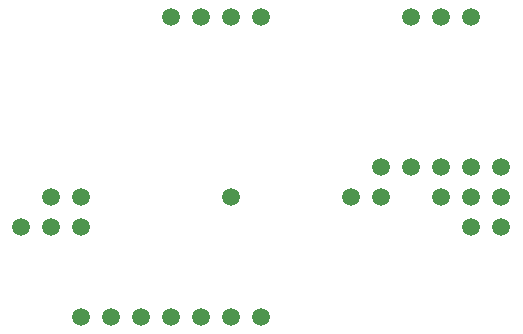
<source format=gts>
G04 DipTrace 3.1.0.1*
G04 TopMask.GTS*
%MOIN*%
G04 #@! TF.FileFunction,Soldermask,Top*
G04 #@! TF.Part,Single*
%ADD18C,0.05937*%
%FSLAX26Y26*%
G04*
G70*
G90*
G75*
G01*
G04 TopMask*
%LPD*%
D18*
X1193701Y893701D3*
X593701Y793701D3*
X693701D3*
X493701D3*
X593701Y893701D3*
X693701D3*
X593701Y793701D3*
X1793701Y1493701D3*
X1893701D3*
X1993701D3*
X793701Y493701D3*
X893701D3*
X993701D3*
X1093701D3*
X1293701D3*
X1193701D3*
X693701D3*
X1993701Y793701D3*
X2093701D3*
X1893701Y893701D3*
X1993701D3*
X2093701D3*
X1693701Y993701D3*
X1793701D3*
X1893701D3*
X1993701D3*
X2093701D3*
X1593701Y893701D3*
X1693701D3*
X1293701Y1493701D3*
X1193701D3*
X1093701D3*
X993701D3*
M02*

</source>
